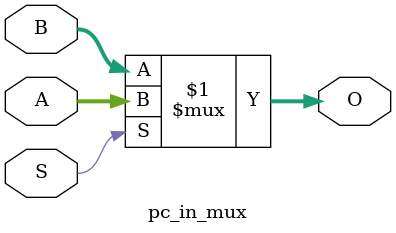
<source format=v>
module pc_in_mux(
    input  [31:0]A,
    input  [31:0]B,
    input        S,
    output [31:0]O
);
    assign O = S?A:B;
endmodule
</source>
